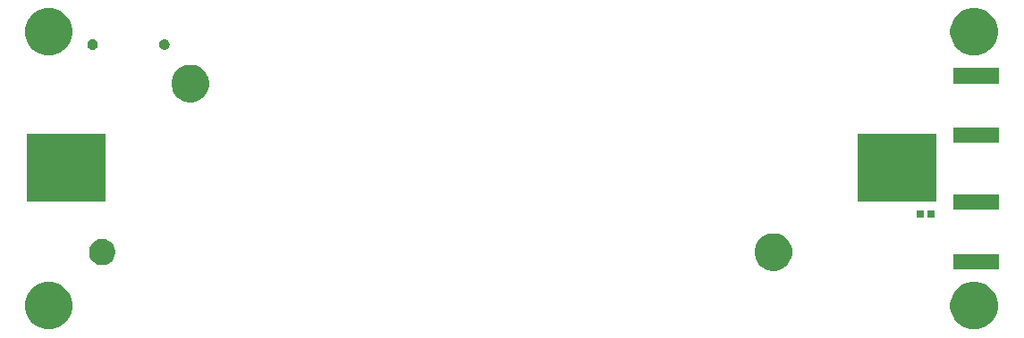
<source format=gbr>
G04 #@! TF.GenerationSoftware,KiCad,Pcbnew,(5.1.5)-3*
G04 #@! TF.CreationDate,2020-05-16T21:03:06+05:30*
G04 #@! TF.ProjectId,ArmTrax,41726d54-7261-4782-9e6b-696361645f70,rev?*
G04 #@! TF.SameCoordinates,Original*
G04 #@! TF.FileFunction,Soldermask,Bot*
G04 #@! TF.FilePolarity,Negative*
%FSLAX46Y46*%
G04 Gerber Fmt 4.6, Leading zero omitted, Abs format (unit mm)*
G04 Created by KiCad (PCBNEW (5.1.5)-3) date 2020-05-16 21:03:06*
%MOMM*%
%LPD*%
G04 APERTURE LIST*
%ADD10C,0.100000*%
G04 APERTURE END LIST*
D10*
G36*
X150675880Y-74459776D02*
G01*
X151056593Y-74535504D01*
X151466249Y-74705189D01*
X151834929Y-74951534D01*
X152148466Y-75265071D01*
X152394811Y-75633751D01*
X152564496Y-76043407D01*
X152651000Y-76478296D01*
X152651000Y-76921704D01*
X152564496Y-77356593D01*
X152394811Y-77766249D01*
X152148466Y-78134929D01*
X151834929Y-78448466D01*
X151466249Y-78694811D01*
X151056593Y-78864496D01*
X150675880Y-78940224D01*
X150621705Y-78951000D01*
X150178295Y-78951000D01*
X150124120Y-78940224D01*
X149743407Y-78864496D01*
X149333751Y-78694811D01*
X148965071Y-78448466D01*
X148651534Y-78134929D01*
X148405189Y-77766249D01*
X148235504Y-77356593D01*
X148149000Y-76921704D01*
X148149000Y-76478296D01*
X148235504Y-76043407D01*
X148405189Y-75633751D01*
X148651534Y-75265071D01*
X148965071Y-74951534D01*
X149333751Y-74705189D01*
X149743407Y-74535504D01*
X150124120Y-74459776D01*
X150178295Y-74449000D01*
X150621705Y-74449000D01*
X150675880Y-74459776D01*
G37*
G36*
X63075880Y-74459776D02*
G01*
X63456593Y-74535504D01*
X63866249Y-74705189D01*
X64234929Y-74951534D01*
X64548466Y-75265071D01*
X64794811Y-75633751D01*
X64964496Y-76043407D01*
X65051000Y-76478296D01*
X65051000Y-76921704D01*
X64964496Y-77356593D01*
X64794811Y-77766249D01*
X64548466Y-78134929D01*
X64234929Y-78448466D01*
X63866249Y-78694811D01*
X63456593Y-78864496D01*
X63075880Y-78940224D01*
X63021705Y-78951000D01*
X62578295Y-78951000D01*
X62524120Y-78940224D01*
X62143407Y-78864496D01*
X61733751Y-78694811D01*
X61365071Y-78448466D01*
X61051534Y-78134929D01*
X60805189Y-77766249D01*
X60635504Y-77356593D01*
X60549000Y-76921704D01*
X60549000Y-76478296D01*
X60635504Y-76043407D01*
X60805189Y-75633751D01*
X61051534Y-75265071D01*
X61365071Y-74951534D01*
X61733751Y-74705189D01*
X62143407Y-74535504D01*
X62524120Y-74459776D01*
X62578295Y-74449000D01*
X63021705Y-74449000D01*
X63075880Y-74459776D01*
G37*
G36*
X131918039Y-69892250D02*
G01*
X132107372Y-69970675D01*
X132241251Y-70026129D01*
X132532134Y-70220491D01*
X132779509Y-70467866D01*
X132973871Y-70758749D01*
X132973871Y-70758750D01*
X133107750Y-71081961D01*
X133176000Y-71425078D01*
X133176000Y-71774922D01*
X133107750Y-72118039D01*
X133077859Y-72190201D01*
X132973871Y-72441251D01*
X132779509Y-72732134D01*
X132532134Y-72979509D01*
X132241251Y-73173871D01*
X132107372Y-73229325D01*
X131918039Y-73307750D01*
X131574922Y-73376000D01*
X131225078Y-73376000D01*
X130881961Y-73307750D01*
X130692628Y-73229325D01*
X130558749Y-73173871D01*
X130267866Y-72979509D01*
X130020491Y-72732134D01*
X129826129Y-72441251D01*
X129722141Y-72190201D01*
X129692250Y-72118039D01*
X129624000Y-71774922D01*
X129624000Y-71425078D01*
X129692250Y-71081961D01*
X129826129Y-70758750D01*
X129826129Y-70758749D01*
X130020491Y-70467866D01*
X130267866Y-70220491D01*
X130558749Y-70026129D01*
X130692628Y-69970675D01*
X130881961Y-69892250D01*
X131225078Y-69824000D01*
X131574922Y-69824000D01*
X131918039Y-69892250D01*
G37*
G36*
X152751000Y-73251000D02*
G01*
X148449000Y-73251000D01*
X148449000Y-71799000D01*
X152751000Y-71799000D01*
X152751000Y-73251000D01*
G37*
G36*
X68233444Y-70401882D02*
G01*
X68460201Y-70495808D01*
X68460202Y-70495809D01*
X68664279Y-70632168D01*
X68837832Y-70805721D01*
X68928944Y-70942081D01*
X68974192Y-71009799D01*
X69068118Y-71236556D01*
X69116000Y-71477278D01*
X69116000Y-71722722D01*
X69068118Y-71963444D01*
X68974192Y-72190201D01*
X68974191Y-72190202D01*
X68837832Y-72394279D01*
X68664279Y-72567832D01*
X68527919Y-72658944D01*
X68460201Y-72704192D01*
X68233444Y-72798118D01*
X67992722Y-72846000D01*
X67747278Y-72846000D01*
X67506556Y-72798118D01*
X67279799Y-72704192D01*
X67212081Y-72658944D01*
X67075721Y-72567832D01*
X66902168Y-72394279D01*
X66765809Y-72190202D01*
X66765808Y-72190201D01*
X66671882Y-71963444D01*
X66624000Y-71722722D01*
X66624000Y-71477278D01*
X66671882Y-71236556D01*
X66765808Y-71009799D01*
X66811056Y-70942081D01*
X66902168Y-70805721D01*
X67075721Y-70632168D01*
X67279798Y-70495809D01*
X67279799Y-70495808D01*
X67506556Y-70401882D01*
X67747278Y-70354000D01*
X67992722Y-70354000D01*
X68233444Y-70401882D01*
G37*
G36*
X146556938Y-67631716D02*
G01*
X146577557Y-67637971D01*
X146596553Y-67648124D01*
X146613208Y-67661792D01*
X146626876Y-67678447D01*
X146637029Y-67697443D01*
X146643284Y-67718062D01*
X146646000Y-67745640D01*
X146646000Y-68254360D01*
X146643284Y-68281938D01*
X146637029Y-68302557D01*
X146626876Y-68321553D01*
X146613208Y-68338208D01*
X146596553Y-68351876D01*
X146577557Y-68362029D01*
X146556938Y-68368284D01*
X146529360Y-68371000D01*
X146070640Y-68371000D01*
X146043062Y-68368284D01*
X146022443Y-68362029D01*
X146003447Y-68351876D01*
X145986792Y-68338208D01*
X145973124Y-68321553D01*
X145962971Y-68302557D01*
X145956716Y-68281938D01*
X145954000Y-68254360D01*
X145954000Y-67745640D01*
X145956716Y-67718062D01*
X145962971Y-67697443D01*
X145973124Y-67678447D01*
X145986792Y-67661792D01*
X146003447Y-67648124D01*
X146022443Y-67637971D01*
X146043062Y-67631716D01*
X146070640Y-67629000D01*
X146529360Y-67629000D01*
X146556938Y-67631716D01*
G37*
G36*
X145586938Y-67631716D02*
G01*
X145607557Y-67637971D01*
X145626553Y-67648124D01*
X145643208Y-67661792D01*
X145656876Y-67678447D01*
X145667029Y-67697443D01*
X145673284Y-67718062D01*
X145676000Y-67745640D01*
X145676000Y-68254360D01*
X145673284Y-68281938D01*
X145667029Y-68302557D01*
X145656876Y-68321553D01*
X145643208Y-68338208D01*
X145626553Y-68351876D01*
X145607557Y-68362029D01*
X145586938Y-68368284D01*
X145559360Y-68371000D01*
X145100640Y-68371000D01*
X145073062Y-68368284D01*
X145052443Y-68362029D01*
X145033447Y-68351876D01*
X145016792Y-68338208D01*
X145003124Y-68321553D01*
X144992971Y-68302557D01*
X144986716Y-68281938D01*
X144984000Y-68254360D01*
X144984000Y-67745640D01*
X144986716Y-67718062D01*
X144992971Y-67697443D01*
X145003124Y-67678447D01*
X145016792Y-67661792D01*
X145033447Y-67648124D01*
X145052443Y-67637971D01*
X145073062Y-67631716D01*
X145100640Y-67629000D01*
X145559360Y-67629000D01*
X145586938Y-67631716D01*
G37*
G36*
X152751000Y-67601000D02*
G01*
X148449000Y-67601000D01*
X148449000Y-66149000D01*
X152751000Y-66149000D01*
X152751000Y-67601000D01*
G37*
G36*
X146851000Y-66826000D02*
G01*
X139409000Y-66826000D01*
X139409000Y-60374000D01*
X146851000Y-60374000D01*
X146851000Y-66826000D01*
G37*
G36*
X68191000Y-66826000D02*
G01*
X60749000Y-66826000D01*
X60749000Y-60374000D01*
X68191000Y-60374000D01*
X68191000Y-66826000D01*
G37*
G36*
X152751000Y-61251000D02*
G01*
X148449000Y-61251000D01*
X148449000Y-59799000D01*
X152751000Y-59799000D01*
X152751000Y-61251000D01*
G37*
G36*
X76718039Y-53892250D02*
G01*
X76907372Y-53970675D01*
X77041251Y-54026129D01*
X77332134Y-54220491D01*
X77579509Y-54467866D01*
X77773871Y-54758749D01*
X77773871Y-54758750D01*
X77907750Y-55081961D01*
X77976000Y-55425078D01*
X77976000Y-55774922D01*
X77907750Y-56118039D01*
X77829325Y-56307372D01*
X77773871Y-56441251D01*
X77579509Y-56732134D01*
X77332134Y-56979509D01*
X77041251Y-57173871D01*
X76907372Y-57229325D01*
X76718039Y-57307750D01*
X76374922Y-57376000D01*
X76025078Y-57376000D01*
X75681961Y-57307750D01*
X75492628Y-57229325D01*
X75358749Y-57173871D01*
X75067866Y-56979509D01*
X74820491Y-56732134D01*
X74626129Y-56441251D01*
X74570675Y-56307372D01*
X74492250Y-56118039D01*
X74424000Y-55774922D01*
X74424000Y-55425078D01*
X74492250Y-55081961D01*
X74626129Y-54758750D01*
X74626129Y-54758749D01*
X74820491Y-54467866D01*
X75067866Y-54220491D01*
X75358749Y-54026129D01*
X75492628Y-53970675D01*
X75681961Y-53892250D01*
X76025078Y-53824000D01*
X76374922Y-53824000D01*
X76718039Y-53892250D01*
G37*
G36*
X152751000Y-55601000D02*
G01*
X148449000Y-55601000D01*
X148449000Y-54149000D01*
X152751000Y-54149000D01*
X152751000Y-55601000D01*
G37*
G36*
X150675880Y-48459776D02*
G01*
X151056593Y-48535504D01*
X151466249Y-48705189D01*
X151834929Y-48951534D01*
X152148466Y-49265071D01*
X152394811Y-49633751D01*
X152564496Y-50043407D01*
X152651000Y-50478296D01*
X152651000Y-50921704D01*
X152564496Y-51356593D01*
X152394811Y-51766249D01*
X152148466Y-52134929D01*
X151834929Y-52448466D01*
X151466249Y-52694811D01*
X151056593Y-52864496D01*
X150675880Y-52940224D01*
X150621705Y-52951000D01*
X150178295Y-52951000D01*
X150124120Y-52940224D01*
X149743407Y-52864496D01*
X149333751Y-52694811D01*
X148965071Y-52448466D01*
X148651534Y-52134929D01*
X148405189Y-51766249D01*
X148235504Y-51356593D01*
X148149000Y-50921704D01*
X148149000Y-50478296D01*
X148235504Y-50043407D01*
X148405189Y-49633751D01*
X148651534Y-49265071D01*
X148965071Y-48951534D01*
X149333751Y-48705189D01*
X149743407Y-48535504D01*
X150124120Y-48459776D01*
X150178295Y-48449000D01*
X150621705Y-48449000D01*
X150675880Y-48459776D01*
G37*
G36*
X63075880Y-48459776D02*
G01*
X63456593Y-48535504D01*
X63866249Y-48705189D01*
X64234929Y-48951534D01*
X64548466Y-49265071D01*
X64794811Y-49633751D01*
X64964496Y-50043407D01*
X65051000Y-50478296D01*
X65051000Y-50921704D01*
X64964496Y-51356593D01*
X64794811Y-51766249D01*
X64548466Y-52134929D01*
X64234929Y-52448466D01*
X63866249Y-52694811D01*
X63456593Y-52864496D01*
X63075880Y-52940224D01*
X63021705Y-52951000D01*
X62578295Y-52951000D01*
X62524120Y-52940224D01*
X62143407Y-52864496D01*
X61733751Y-52694811D01*
X61365071Y-52448466D01*
X61051534Y-52134929D01*
X60805189Y-51766249D01*
X60635504Y-51356593D01*
X60549000Y-50921704D01*
X60549000Y-50478296D01*
X60635504Y-50043407D01*
X60805189Y-49633751D01*
X61051534Y-49265071D01*
X61365071Y-48951534D01*
X61733751Y-48705189D01*
X62143407Y-48535504D01*
X62524120Y-48459776D01*
X62578295Y-48449000D01*
X63021705Y-48449000D01*
X63075880Y-48459776D01*
G37*
G36*
X67047740Y-51408627D02*
G01*
X67096136Y-51418253D01*
X67133902Y-51433896D01*
X67187311Y-51456019D01*
X67224901Y-51481136D01*
X67269369Y-51510848D01*
X67339152Y-51580631D01*
X67339153Y-51580633D01*
X67393981Y-51662689D01*
X67399818Y-51676781D01*
X67431747Y-51753864D01*
X67441373Y-51802260D01*
X67451000Y-51850655D01*
X67451000Y-51949345D01*
X67431747Y-52046135D01*
X67393981Y-52137311D01*
X67393980Y-52137312D01*
X67339152Y-52219369D01*
X67269369Y-52289152D01*
X67228062Y-52316752D01*
X67187311Y-52343981D01*
X67133902Y-52366104D01*
X67096136Y-52381747D01*
X67057184Y-52389495D01*
X66999345Y-52401000D01*
X66900655Y-52401000D01*
X66842816Y-52389495D01*
X66803864Y-52381747D01*
X66766098Y-52366104D01*
X66712689Y-52343981D01*
X66671938Y-52316752D01*
X66630631Y-52289152D01*
X66560848Y-52219369D01*
X66506020Y-52137312D01*
X66506019Y-52137311D01*
X66468253Y-52046135D01*
X66449000Y-51949345D01*
X66449000Y-51850655D01*
X66458626Y-51802260D01*
X66468253Y-51753864D01*
X66500182Y-51676781D01*
X66506019Y-51662689D01*
X66560847Y-51580633D01*
X66560848Y-51580631D01*
X66630631Y-51510848D01*
X66675099Y-51481136D01*
X66712689Y-51456019D01*
X66766098Y-51433896D01*
X66803864Y-51418253D01*
X66852260Y-51408627D01*
X66900655Y-51399000D01*
X66999345Y-51399000D01*
X67047740Y-51408627D01*
G37*
G36*
X73847740Y-51408627D02*
G01*
X73896136Y-51418253D01*
X73933902Y-51433896D01*
X73987311Y-51456019D01*
X74024901Y-51481136D01*
X74069369Y-51510848D01*
X74139152Y-51580631D01*
X74139153Y-51580633D01*
X74193981Y-51662689D01*
X74199818Y-51676781D01*
X74231747Y-51753864D01*
X74241373Y-51802260D01*
X74251000Y-51850655D01*
X74251000Y-51949345D01*
X74231747Y-52046135D01*
X74193981Y-52137311D01*
X74193980Y-52137312D01*
X74139152Y-52219369D01*
X74069369Y-52289152D01*
X74028062Y-52316752D01*
X73987311Y-52343981D01*
X73933902Y-52366104D01*
X73896136Y-52381747D01*
X73857184Y-52389495D01*
X73799345Y-52401000D01*
X73700655Y-52401000D01*
X73642816Y-52389495D01*
X73603864Y-52381747D01*
X73566098Y-52366104D01*
X73512689Y-52343981D01*
X73471938Y-52316752D01*
X73430631Y-52289152D01*
X73360848Y-52219369D01*
X73306020Y-52137312D01*
X73306019Y-52137311D01*
X73268253Y-52046135D01*
X73249000Y-51949345D01*
X73249000Y-51850655D01*
X73258626Y-51802260D01*
X73268253Y-51753864D01*
X73300182Y-51676781D01*
X73306019Y-51662689D01*
X73360847Y-51580633D01*
X73360848Y-51580631D01*
X73430631Y-51510848D01*
X73475099Y-51481136D01*
X73512689Y-51456019D01*
X73566098Y-51433896D01*
X73603864Y-51418253D01*
X73652260Y-51408627D01*
X73700655Y-51399000D01*
X73799345Y-51399000D01*
X73847740Y-51408627D01*
G37*
M02*

</source>
